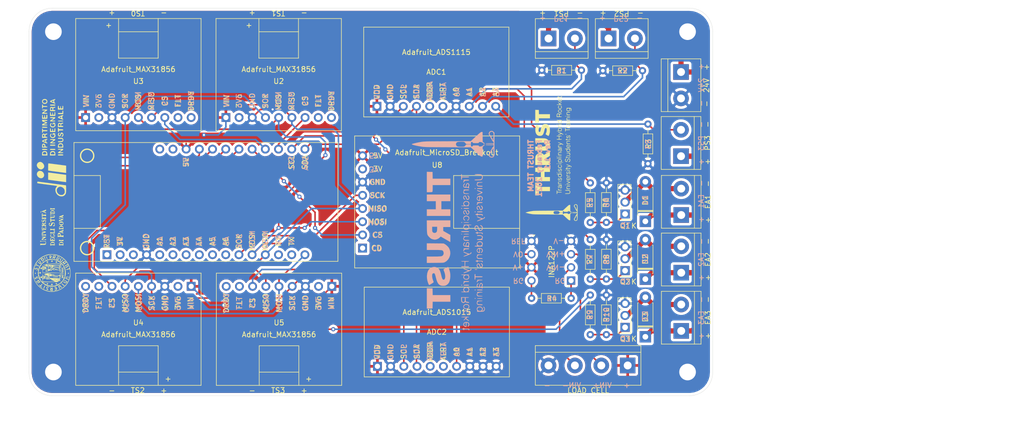
<source format=kicad_pcb>
(kicad_pcb (version 20171130) (host pcbnew "(5.1.8)-1")
  (layers (0 F.Cu signal) (31 B.Cu signal) (35 F.Paste user hide) (36 B.SilkS user) (37 F.SilkS user) (38 B.Mask user hide) (39 F.Mask user) (44 Edge.Cuts user))
  (net 0 "")
  (net 1 ADC_A3)
  (net 2 ADC_A2)
  (net 3 ADC_A1)
  (net 4 GND)
  (net 5 "Net-(ADC1-Pad6)")
  (net 6 "Net-(ADC1-Pad5)")
  (net 7 I2C_SDA)
  (net 8 I2C_SCL)
  (net 9 +5V)
  (net 10 LOAD_CELL_VOLTAGE)
  (net 11 "Net-(ADC2-Pad6)")
  (net 12 "Net-(ADC2-Pad5)")
  (net 13 "Net-(J4-Pad3)")
  (net 14 "Net-(J4-Pad2)")
  (net 15 "Net-(R4-Pad2)")
  (net 16 "Net-(R4-Pad1)")
  (net 17 "Net-(U1-Pad28)")
  (net 18 "Net-(U1-Pad27)")
  (net 19 CS_5)
  (net 20 CS_4)
  (net 21 CS_3)
  (net 22 CS_2)
  (net 23 CS_1)
  (net 24 "Net-(U1-Pad15)")
  (net 25 "Net-(U1-Pad14)")
  (net 26 SPI_MISO)
  (net 27 SPI_MOSI)
  (net 28 SPI_SCK)
  (net 29 "Net-(U1-Pad10)")
  (net 30 "Net-(U1-Pad9)")
  (net 31 "Net-(U1-Pad8)")
  (net 32 "Net-(U1-Pad7)")
  (net 33 "Net-(U1-Pad6)")
  (net 34 "Net-(U1-Pad5)")
  (net 35 "Net-(U1-Pad3)")
  (net 36 "Net-(U1-Pad1)")
  (net 37 "Net-(U2-Pad9)")
  (net 38 "Net-(U2-Pad8)")
  (net 39 "Net-(U2-Pad2)")
  (net 40 "Net-(U3-Pad9)")
  (net 41 "Net-(U3-Pad8)")
  (net 42 "Net-(U3-Pad2)")
  (net 43 "Net-(U4-Pad9)")
  (net 44 "Net-(U4-Pad8)")
  (net 45 "Net-(U4-Pad2)")
  (net 46 "Net-(U5-Pad9)")
  (net 47 "Net-(U5-Pad8)")
  (net 48 "Net-(U5-Pad2)")
  (net 49 "Net-(U8-Pad1)")
  (net 50 "Net-(U1-Pad2)")
  (net 51 "Net-(U8-Pad7)")
  (net 52 "Net-(D1-Pad2)")
  (net 53 "Net-(Q1-Pad1)")
  (net 54 "Net-(D2-Pad2)")
  (net 55 "Net-(D3-Pad2)")
  (net 56 "Net-(Q2-Pad1)")
  (net 57 "Net-(Q3-Pad1)")
  (net 58 FET_Gate1)
  (net 59 FET_Gate2)
  (net 60 FET_Gate3)
  (net 61 +24V)
  (module MountingHole:MountingHole_3.2mm_M3 (layer F.Cu) (at 168.695 41.235)
    (fp_text reference REF**)
    (fp_text value MountingHole_3.2mm_M3)
    (pad 1 np_thru_hole circle (at 0 0) (size 3.2 3.2) (drill 3.2) (layers *.Cu *.Mask))
  )
  (module MountingHole:MountingHole_3.2mm_M3 (layer F.Cu) (at 168.695 106.735)
    (fp_text reference REF**)
    (fp_text value MountingHole_3.2mm_M3)
    (pad 1 np_thru_hole circle (at 0 0) (size 3.2 3.2) (drill 3.2) (layers *.Cu *.Mask))
  )
  (module MountingHole:MountingHole_3.2mm_M3 (layer F.Cu) (at 46.645 106.735)
    (fp_text reference REF**)
    (fp_text value MountingHole_3.2mm_M3)
    (pad 1 np_thru_hole circle (at 0 0) (size 3.2 3.2) (drill 3.2) (layers *.Cu *.Mask))
  )
  (module MountingHole:MountingHole_3.2mm_M3 (layer F.Cu) (at 46.645 41.235)
    (fp_text reference REF**)
    (fp_text value MountingHole_3.2mm_M3)
    (pad 1 np_thru_hole circle (at 0 0) (size 3.2 3.2) (drill 3.2) (layers *.Cu *.Mask))
  )
  (module "Test Stand PCB Breakout:Thrust_Logo_Small" (layer F.Cu) (at 142.495 65.685 90)
    (fp_text reference G*** hide)
    (fp_text value LOGO hide)
  )
  (module "Test Stand PCB Breakout:Thrust_Logo" (layer B.Cu) (at 123.495 79.485 270)
    (fp_text reference G*** hide)
    (fp_text value LOGO hide)
  )
  (module "Test Stand PCB Breakout:Dii_logo_small" (layer F.Cu) (at 46.295 63.485 90)
    (fp_text reference G*** hide)
    (fp_text value LOGO hide)
  )
  (module "Test Stand PCB Breakout:Unipd_Logo_small" (layer F.Cu) (at 46.295 83.485 90)
    (fp_text reference G*** hide)
    (fp_text value LOGO hide)
  )
  (module "" (layer F.Cu) (at 112.895 68.485)
    (fp_text reference "" (at 120.335 48.995) (layer F.SilkS) (effects (font (size 1.27 1.27))))
    (fp_text value "" (at 120.335 48.995) (layer F.SilkS) (effects (font (size 1.27 1.27))))
  )
  (module "Test Stand PCB Breakout:Adafruit_ADS1115" (layer F.Cu) (at 120.335 48.995)
    (fp_text reference ADC1 (at 0 0) (layer F.SilkS))
    (fp_text value Adafruit_ADS1115 (at 0 -3.81) (layer F.SilkS))
    (fp_text user A3 (at 11.43 3.81 90) (layer F.SilkS))
    (fp_text user A2 (at 8.89 3.81 90) (layer F.SilkS))
    (fp_text user A1 (at 6.35 3.81 90) (layer F.SilkS))
    (fp_text user A0 (at 3.81 3.81 90) (layer F.SilkS))
    (fp_text user ALRT (at 1.27 3.81 90) (layer F.SilkS))
    (fp_text user ADDR (at -1.27 3.81 90) (layer F.SilkS))
    (fp_text user SDA (at -3.81 3.81 90) (layer F.SilkS))
    (fp_text user SCL (at -6.35 3.81 90) (layer F.SilkS))
    (fp_text user GND (at -8.89 3.81 90) (layer F.SilkS))
    (fp_text user VDD (at -11.43 3.81 90) (layer F.SilkS))
    (pad 10 thru_hole circle (at 11.43 6.604) (size 1.7 1.7) (drill 1) (layers *.Cu *.Mask) (net 1 ADC_A3))
    (pad 9 thru_hole circle (at 8.89 6.604) (size 1.7 1.7) (drill 1) (layers *.Cu *.Mask) (net 2 ADC_A2))
    (pad 8 thru_hole circle (at 6.35 6.604) (size 1.7 1.7) (drill 1) (layers *.Cu *.Mask) (net 3 ADC_A1))
    (pad 7 thru_hole circle (at 3.81 6.604) (size 1.7 1.7) (drill 1) (layers *.Cu *.Mask) (net 4 GND))
    (pad 6 thru_hole circle (at 1.27 6.604) (size 1.7 1.7) (drill 1) (layers *.Cu *.Mask) (net 5 "Net-(ADC1-Pad6)"))
    (pad 5 thru_hole circle (at -1.27 6.604) (size 1.7 1.7) (drill 1) (layers *.Cu *.Mask) (net 6 "Net-(ADC1-Pad5)"))
    (pad 4 thru_hole circle (at -3.81 6.604) (size 1.7 1.7) (drill 1) (layers *.Cu *.Mask) (net 7 I2C_SDA))
    (pad 3 thru_hole circle (at -6.35 6.604) (size 1.7 1.7) (drill 1) (layers *.Cu *.Mask) (net 8 I2C_SCL))
    (pad 2 thru_hole circle (at -8.89 6.604) (size 1.7 1.7) (drill 1) (layers *.Cu *.Mask) (net 4 GND))
    (pad 1 thru_hole rect (at -11.43 6.604) (size 1.7 1.7) (drill 1) (layers *.Cu *.Mask) (net 9 +5V))
  )
  (module Resistor_THT:R_Axial_DIN0204_L3.6mm_D1.6mm_P7.62mm_Horizontal (layer F.Cu) (at 152.395 48.735)
    (fp_text reference R2 (at 3.81 0) (layer F.SilkS))
    (fp_text value 200)
    (pad 2 thru_hole oval (at 7.62 0) (size 1.4 1.4) (drill 0.7) (layers *.Cu *.Mask) (net 2 ADC_A2))
    (pad 1 thru_hole circle (at 0 0) (size 1.4 1.4) (drill 0.7) (layers *.Cu *.Mask) (net 4 GND))
  )
  (module Resistor_THT:R_Axial_DIN0204_L3.6mm_D1.6mm_P7.62mm_Horizontal (layer F.Cu) (at 140.645 48.645)
    (fp_text reference R1 (at 3.81 0.09) (layer F.SilkS))
    (fp_text value 200)
    (pad 2 thru_hole oval (at 7.62 0) (size 1.4 1.4) (drill 0.7) (layers *.Cu *.Mask) (net 3 ADC_A1))
    (pad 1 thru_hole circle (at 0 0) (size 1.4 1.4) (drill 0.7) (layers *.Cu *.Mask) (net 4 GND))
  )
  (module TerminalBlock:TerminalBlock_bornier-2_P5.08mm (layer F.Cu) (at 153.485 42.545)
    (fp_text reference "-  PS2  +" (at 2.54 -4.81 180 unlocked) (layer F.SilkS))
    (fp_text value Screw_Terminal_01x02)
    (pad 2 thru_hole circle (at 5.08 0) (size 3 3) (drill 1.52) (layers *.Cu *.Mask) (net 2 ADC_A2))
    (pad 1 thru_hole rect (at 0 0) (size 3 3) (drill 1.52) (layers *.Cu *.Mask) (net 61 +24V))
  )
  (module TerminalBlock:TerminalBlock_bornier-2_P5.08mm (layer F.Cu) (at 141.935 42.545)
    (fp_text reference "-  PS1  +" (at 2.46 -4.81 180 unlocked) (layer F.SilkS))
    (fp_text value Screw_Terminal_01x02)
    (pad 2 thru_hole circle (at 5.08 0) (size 3 3) (drill 1.52) (layers *.Cu *.Mask) (net 3 ADC_A1))
    (pad 1 thru_hole rect (at 0 0) (size 3 3) (drill 1.52) (layers *.Cu *.Mask) (net 61 +24V))
  )
  (module "Test Stand PCB Breakout:Adafruit_MicroSD" (layer F.Cu) (at 120.5 74 180)
    (fp_text reference U8 (at 0 7.105) (layer F.SilkS))
    (fp_text value Adafruit_MicroSD_Breakout (at -1.835 9.505) (layer F.SilkS))
    (fp_text user 5V (at 11.43 8.89) (layer F.SilkS))
    (fp_text user 3V (at 11.43 6.35) (layer F.SilkS))
    (fp_text user GND (at 11.43 3.81) (layer F.SilkS))
    (fp_text user SCK (at 11.43 1.27) (layer F.SilkS))
    (fp_text user MISO (at 11.43 -1.27) (layer F.SilkS))
    (fp_text user MOSI (at 11.43 -3.81) (layer F.SilkS))
    (fp_text user CS (at 11.43 -6.35) (layer F.SilkS))
    (fp_text user CD (at 11.684 -8.89) (layer F.SilkS))
    (pad 8 thru_hole circle (at 14.351 8.89 180) (size 1.7 1.7) (drill 1) (layers *.Cu *.Mask) (net 9 +5V))
    (pad 7 thru_hole circle (at 14.351 6.35 180) (size 1.7 1.7) (drill 1) (layers *.Cu *.Mask) (net 51 "Net-(U8-Pad7)"))
    (pad 6 thru_hole circle (at 14.351 3.81 180) (size 1.7 1.7) (drill 1) (layers *.Cu *.Mask) (net 4 GND))
    (pad 5 thru_hole circle (at 14.351 1.27 180) (size 1.7 1.7) (drill 1) (layers *.Cu *.Mask) (net 28 SPI_SCK))
    (pad 4 thru_hole circle (at 14.351 -1.27 180) (size 1.7 1.7) (drill 1) (layers *.Cu *.Mask) (net 26 SPI_MISO))
    (pad 3 thru_hole circle (at 14.351 -3.81 180) (size 1.7 1.7) (drill 1) (layers *.Cu *.Mask) (net 27 SPI_MOSI))
    (pad 2 thru_hole circle (at 14.351 -6.35 180) (size 1.7 1.7) (drill 1) (layers *.Cu *.Mask) (net 19 CS_5))
    (pad 1 thru_hole rect (at 14.351 -8.89 180) (size 1.7 1.7) (drill 1) (layers *.Cu *.Mask) (net 49 "Net-(U8-Pad1)"))
  )
  (module "Test Stand PCB Breakout:INA_122P" (layer F.Cu) (at 146.27 89.136 180)
    (fp_text reference U7)
    (fp_text value INA_122P)
    (fp_text user V+ (at 10.16 2.54 180 unlocked) (layer B.SilkS) (effects (justify mirror)))
    (fp_text user VO (at 10.16 5.08 180 unlocked) (layer B.SilkS) (effects (justify mirror)))
    (fp_text user REF (at 10.16 7.62 180 unlocked) (layer B.SilkS) (effects (justify mirror)))
    (fp_text user V- (at 2.335 7.62 180 unlocked) (layer B.SilkS) (effects (justify mirror)))
    (fp_text user VIN+ (at 2.935 5.08 180 unlocked) (layer B.SilkS) (effects (justify mirror)))
    (fp_text user VIN- (at 2.935 2.54 180 unlocked) (layer B.SilkS) (effects (justify mirror)))
    (fp_text user RG (at 10.16 0 180 unlocked) (layer B.SilkS) (effects (justify mirror)))
    (fp_text user RG (at 2.135 0 180 unlocked) (layer B.SilkS) (effects (justify mirror)))
    (pad 8 thru_hole circle (at 7.62 0 180) (size 1.6 1.6) (drill 1) (layers *.Cu *.Mask) (net 16 "Net-(R4-Pad1)"))
    (pad 7 thru_hole circle (at 7.62 2.54 180) (size 1.6 1.6) (drill 1) (layers *.Cu *.Mask) (net 9 +5V))
    (pad 6 thru_hole circle (at 7.62 5.08 180) (size 1.6 1.6) (drill 1) (layers *.Cu *.Mask) (net 10 LOAD_CELL_VOLTAGE))
    (pad 5 thru_hole circle (at 7.62 7.62 180) (size 1.6 1.6) (drill 1) (layers *.Cu *.Mask) (net 4 GND))
    (pad 4 thru_hole circle (at 0 7.62 180) (size 1.6 1.6) (drill 1) (layers *.Cu *.Mask) (net 4 GND))
    (pad 3 thru_hole circle (at 0 5.08 180) (size 1.6 1.6) (drill 1) (layers *.Cu *.Mask) (net 14 "Net-(J4-Pad2)"))
    (pad 2 thru_hole circle (at 0 2.54 180) (size 1.6 1.6) (drill 1) (layers *.Cu *.Mask) (net 13 "Net-(J4-Pad3)"))
    (pad 1 thru_hole rect (at 0 0 180) (size 1.6 1.6) (drill 1) (layers *.Cu *.Mask) (net 15 "Net-(R4-Pad2)"))
  )
  (module "Test Stand PCB Breakout:Adafruit_MAX31856" (layer F.Cu) (at 90.065 98.505 180)
    (fp_text reference U5 (at 0 1.27) (layer F.SilkS))
    (fp_text value Adafruit_MAX31856 (at 0 -1.016) (layer F.SilkS))
    (fp_text user DRDY (at 10.16 5.08 90) (layer F.SilkS))
    (fp_text user FLT (at 7.62 5.08 90) (layer F.SilkS))
    (fp_text user CS (at 5.08 5.08 90) (layer F.SilkS))
    (fp_text user 3Vo (at -7.62 5.08 90) (layer F.SilkS))
    (fp_text user MISO (at 2.54 5.08 90) (layer F.SilkS))
    (fp_text user MOSI (at 0 5.08 90) (layer F.SilkS))
    (fp_text user SCK (at -2.54 5.08 90) (layer F.SilkS))
    (fp_text user GND (at -5.08 5.08 90) (layer F.SilkS))
    (fp_text user + (at -5.715 -9.525) (layer F.SilkS))
    (fp_text user VIN (at -10.033 5.08 90) (layer F.SilkS))
    (pad 9 thru_hole circle (at 10.16 8.255 180) (size 1.7 1.7) (drill 1) (layers *.Cu *.Mask) (net 46 "Net-(U5-Pad9)"))
    (pad 8 thru_hole circle (at 7.62 8.255 180) (size 1.7 1.7) (drill 1) (layers *.Cu *.Mask) (net 47 "Net-(U5-Pad8)"))
    (pad 7 thru_hole circle (at 5.08 8.255 180) (size 1.7 1.7) (drill 1) (layers *.Cu *.Mask) (net 20 CS_4))
    (pad 6 thru_hole circle (at 2.54 8.255 180) (size 1.7 1.7) (drill 1) (layers *.Cu *.Mask) (net 26 SPI_MISO))
    (pad 5 thru_hole circle (at 0 8.255 180) (size 1.7 1.7) (drill 1) (layers *.Cu *.Mask) (net 27 SPI_MOSI))
    (pad 4 thru_hole circle (at -2.54 8.255 180) (size 1.7 1.7) (drill 1) (layers *.Cu *.Mask) (net 28 SPI_SCK))
    (pad 3 thru_hole circle (at -5.08 8.255 180) (size 1.7 1.7) (drill 1) (layers *.Cu *.Mask) (net 4 GND))
    (pad 2 thru_hole circle (at -7.62 8.255 180) (size 1.7 1.7) (drill 1) (layers *.Cu *.Mask) (net 48 "Net-(U5-Pad2)"))
    (pad 1 thru_hole rect (at -10.16 8.255 180) (size 1.7 1.7) (drill 1) (layers *.Cu *.Mask) (net 9 +5V))
  )
  (module "Test Stand PCB Breakout:Adafruit_MAX31856" (layer F.Cu) (at 63 98.5 180)
    (fp_text reference U4 (at 0 1.27) (layer F.SilkS))
    (fp_text value Adafruit_MAX31856 (at 0 -1.016) (layer F.SilkS))
    (fp_text user DRDY (at 10.16 5.08 90) (layer F.SilkS))
    (fp_text user FLT (at 7.62 5.08 90) (layer F.SilkS))
    (fp_text user CS (at 5.08 5.08 90) (layer F.SilkS))
    (fp_text user 3Vo (at -7.62 5.08 90) (layer F.SilkS))
    (fp_text user MISO (at 2.54 5.08 90) (layer F.SilkS))
    (fp_text user MOSI (at 0 5.08 90) (layer F.SilkS))
    (fp_text user SCK (at -2.54 5.08 90) (layer F.SilkS))
    (fp_text user GND (at -5.08 5.08 90) (layer F.SilkS))
    (fp_text user + (at -5.715 -9.525) (layer F.SilkS))
    (fp_text user VIN (at -10.033 5.08 90) (layer F.SilkS))
    (pad 9 thru_hole circle (at 10.16 8.255 180) (size 1.7 1.7) (drill 1) (layers *.Cu *.Mask) (net 43 "Net-(U4-Pad9)"))
    (pad 8 thru_hole circle (at 7.62 8.255 180) (size 1.7 1.7) (drill 1) (layers *.Cu *.Mask) (net 44 "Net-(U4-Pad8)"))
    (pad 7 thru_hole circle (at 5.08 8.255 180) (size 1.7 1.7) (drill 1) (layers *.Cu *.Mask) (net 21 CS_3))
    (pad 6 thru_hole circle (at 2.54 8.255 180) (size 1.7 1.7) (drill 1) (layers *.Cu *.Mask) (net 26 SPI_MISO))
    (pad 5 thru_hole circle (at 0 8.255 180) (size 1.7 1.7) (drill 1) (layers *.Cu *.Mask) (net 27 SPI_MOSI))
    (pad 4 thru_hole circle (at -2.54 8.255 180) (size 1.7 1.7) (drill 1) (layers *.Cu *.Mask) (net 28 SPI_SCK))
    (pad 3 thru_hole circle (at -5.08 8.255 180) (size 1.7 1.7) (drill 1) (layers *.Cu *.Mask) (net 4 GND))
    (pad 2 thru_hole circle (at -7.62 8.255 180) (size 1.7 1.7) (drill 1) (layers *.Cu *.Mask) (net 45 "Net-(U4-Pad2)"))
    (pad 1 thru_hole rect (at -10.16 8.255 180) (size 1.7 1.7) (drill 1) (layers *.Cu *.Mask) (net 9 +5V))
  )
  (module "Test Stand PCB Breakout:Adafruit_MAX31856" (layer F.Cu) (at 63 49.5)
    (fp_text reference U3 (at 0 1.27) (layer F.SilkS))
    (fp_text value Adafruit_MAX31856 (at 0 -1.016) (layer F.SilkS))
    (fp_text user DRDY (at 10.16 5.08 90) (layer F.SilkS))
    (fp_text user FLT (at 7.62 5.08 90) (layer F.SilkS))
    (fp_text user CS (at 5.08 5.08 90) (layer F.SilkS))
    (fp_text user 3Vo (at -7.62 5.08 90) (layer F.SilkS))
    (fp_text user MISO (at 2.54 5.08 90) (layer F.SilkS))
    (fp_text user MOSI (at 0 5.08 90) (layer F.SilkS))
    (fp_text user SCK (at -2.54 5.08 90) (layer F.SilkS))
    (fp_text user GND (at -5.08 5.08 90) (layer F.SilkS))
    (fp_text user + (at -5.715 -9.525) (layer F.SilkS))
    (fp_text user VIN (at -10.033 5.08 90) (layer F.SilkS))
    (pad 9 thru_hole circle (at 10.16 8.255) (size 1.7 1.7) (drill 1) (layers *.Cu *.Mask) (net 40 "Net-(U3-Pad9)"))
    (pad 8 thru_hole circle (at 7.62 8.255) (size 1.7 1.7) (drill 1) (layers *.Cu *.Mask) (net 41 "Net-(U3-Pad8)"))
    (pad 7 thru_hole circle (at 5.08 8.255) (size 1.7 1.7) (drill 1) (layers *.Cu *.Mask) (net 22 CS_2))
    (pad 6 thru_hole circle (at 2.54 8.255) (size 1.7 1.7) (drill 1) (layers *.Cu *.Mask) (net 26 SPI_MISO))
    (pad 5 thru_hole circle (at 0 8.255) (size 1.7 1.7) (drill 1) (layers *.Cu *.Mask) (net 27 SPI_MOSI))
    (pad 4 thru_hole circle (at -2.54 8.255) (size 1.7 1.7) (drill 1) (layers *.Cu *.Mask) (net 28 SPI_SCK))
    (pad 3 thru_hole circle (at -5.08 8.255) (size 1.7 1.7) (drill 1) (layers *.Cu *.Mask) (net 4 GND))
    (pad 2 thru_hole circle (at -7.62 8.255) (size 1.7 1.7) (drill 1) (layers *.Cu *.Mask) (net 42 "Net-(U3-Pad2)"))
    (pad 1 thru_hole rect (at -10.16 8.255) (size 1.7 1.7) (drill 1) (layers *.Cu *.Mask) (net 9 +5V))
  )
  (module "Test Stand PCB Breakout:Adafruit_MAX31856" (layer F.Cu) (at 90 49.5)
    (fp_text reference U2 (at 0 1.27) (layer F.SilkS))
    (fp_text value Adafruit_MAX31856 (at 0 -1.016) (layer F.SilkS))
    (fp_text user DRDY (at 10.16 5.08 90) (layer F.SilkS))
    (fp_text user FLT (at 7.62 5.08 90) (layer F.SilkS))
    (fp_text user CS (at 5.08 5.08 90) (layer F.SilkS))
    (fp_text user 3Vo (at -7.62 5.08 90) (layer F.SilkS))
    (fp_text user MISO (at 2.54 5.08 90) (layer F.SilkS))
    (fp_text user MOSI (at 0 5.08 90) (layer F.SilkS))
    (fp_text user SCK (at -2.54 5.08 90) (layer F.SilkS))
    (fp_text user GND (at -5.08 5.08 90) (layer F.SilkS))
    (fp_text user + (at -5.715 -9.525) (layer F.SilkS))
    (fp_text user VIN (at -10.033 5.08 90) (layer F.SilkS))
    (pad 9 thru_hole circle (at 10.16 8.255) (size 1.7 1.7) (drill 1) (layers *.Cu *.Mask) (net 37 "Net-(U2-Pad9)"))
    (pad 8 thru_hole circle (at 7.62 8.255) (size 1.7 1.7) (drill 1) (layers *.Cu *.Mask) (net 38 "Net-(U2-Pad8)"))
    (pad 7 thru_hole circle (at 5.08 8.255) (size 1.7 1.7) (drill 1) (layers *.Cu *.Mask) (net 23 CS_1))
    (pad 6 thru_hole circle (at 2.54 8.255) (size 1.7 1.7) (drill 1) (layers *.Cu *.Mask) (net 26 SPI_MISO))
    (pad 5 thru_hole circle (at 0 8.255) (size 1.7 1.7) (drill 1) (layers *.Cu *.Mask) (net 27 SPI_MOSI))
    (pad 4 thru_hole circle (at -2.54 8.255) (size 1.7 1.7) (drill 1) (layers *.Cu *.Mask) (net 28 SPI_SCK))
    (pad 3 thru_hole circle (at -5.08 8.255) (size 1.7 1.7) (drill 1) (layers *.Cu *.Mask) (net 4 GND))
    (pad 2 thru_hole circle (at -7.62 8.255) (size 1.7 1.7) (drill 1) (layers *.Cu *.Mask) (net 39 "Net-(U2-Pad2)"))
    (pad 1 thru_hole rect (at -10.16 8.255) (size 1.7 1.7) (drill 1) (layers *.Cu *.Mask) (net 9 +5V))
  )
  (module "Test Stand PCB Breakout:Adafruit_Huzzah32" (layer F.Cu) (at 76 74)
    (fp_text reference U1)
    (fp_text value AdafruitHuzzah32Breakout)
    (fp_text user TX (at 16.51 7.62 90) (layer F.SilkS))
    (fp_text user RX (at 13.97 7.62 90) (layer F.SilkS))
    (fp_text user A6 (at 3.81 7.62 90) (layer F.SilkS))
    (fp_text user A5 (at 1.27 7.62 90) (layer F.SilkS))
    (fp_text user A4 (at -1.27 7.62 90) (layer F.SilkS))
    (fp_text user A3 (at -3.81 7.62 90) (layer F.SilkS))
    (fp_text user A2 (at -6.35 7.62 90) (layer F.SilkS))
    (fp_text user A1 (at -8.89 7.62 90) (layer F.SilkS))
    (fp_text user 3V (at -16.51 7.62 90) (layer F.SilkS))
    (fp_text user RST (at -19.05 7.62 90) (layer F.SilkS))
    (fp_text user SCK (at 6.35 7.62 90) (layer F.SilkS))
    (fp_text user MISO (at 11.43 7.62 90) (layer F.SilkS))
    (fp_text user MOSI (at 8.89 7.62 90) (layer F.SilkS))
    (fp_text user GND (at -11.43 7.62 90) (layer F.SilkS))
    (fp_text user SDA (at 19.05 -7.62 90) (layer F.SilkS))
    (fp_text user SCL (at 16.51 -7.62 90) (layer F.SilkS))
    (fp_text user 5V (at -3.81 -7.62 90) (layer F.SilkS))
    (pad 28 thru_hole circle (at -8.89 -10.16) (size 1.7 1.7) (drill 1) (layers *.Cu *.Mask) (net 17 "Net-(U1-Pad28)"))
    (pad 27 thru_hole circle (at -6.35 -10.16) (size 1.7 1.7) (drill 1) (layers *.Cu *.Mask) (net 18 "Net-(U1-Pad27)"))
    (pad 26 thru_hole circle (at -3.81 -10.16) (size 1.7 1.7) (drill 1) (layers *.Cu *.Mask) (net 9 +5V))
    (pad 25 thru_hole circle (at -1.27 -10.16) (size 1.7 1.7) (drill 1) (layers *.Cu *.Mask) (net 59 FET_Gate2))
    (pad 24 thru_hole circle (at 1.27 -10.16) (size 1.7 1.7) (drill 1) (layers *.Cu *.Mask) (net 58 FET_Gate1))
    (pad 23 thru_hole circle (at 3.81 -10.16) (size 1.7 1.7) (drill 1) (layers *.Cu *.Mask) (net 60 FET_Gate3))
    (pad 22 thru_hole circle (at 6.35 -10.16) (size 1.7 1.7) (drill 1) (layers *.Cu *.Mask) (net 21 CS_3))
    (pad 21 thru_hole circle (at 8.89 -10.16) (size 1.7 1.7) (drill 1) (layers *.Cu *.Mask) (net 19 CS_5))
    (pad 20 thru_hole circle (at 11.43 -10.16) (size 1.7 1.7) (drill 1) (layers *.Cu *.Mask) (net 22 CS_2))
    (pad 19 thru_hole circle (at 13.97 -10.16) (size 1.7 1.7) (drill 1) (layers *.Cu *.Mask) (net 23 CS_1))
    (pad 18 thru_hole circle (at 16.51 -10.16) (size 1.7 1.7) (drill 1) (layers *.Cu *.Mask) (net 8 I2C_SCL))
    (pad 17 thru_hole circle (at 19.05 -10.16) (size 1.7 1.7) (drill 1) (layers *.Cu *.Mask) (net 7 I2C_SDA))
    (pad 16 thru_hole circle (at 19.05 10.16) (size 1.7 1.7) (drill 1) (layers *.Cu *.Mask) (net 20 CS_4))
    (pad 15 thru_hole circle (at 16.51 10.16) (size 1.7 1.7) (drill 1) (layers *.Cu *.Mask) (net 24 "Net-(U1-Pad15)"))
    (pad 14 thru_hole circle (at 13.97 10.16) (size 1.7 1.7) (drill 1) (layers *.Cu *.Mask) (net 25 "Net-(U1-Pad14)"))
    (pad 13 thru_hole circle (at 11.43 10.16) (size 1.7 1.7) (drill 1) (layers *.Cu *.Mask) (net 26 SPI_MISO))
    (pad 12 thru_hole circle (at 8.89 10.16) (size 1.7 1.7) (drill 1) (layers *.Cu *.Mask) (net 27 SPI_MOSI))
    (pad 11 thru_hole circle (at 6.35 10.16) (size 1.7 1.7) (drill 1) (layers *.Cu *.Mask) (net 28 SPI_SCK))
    (pad 10 thru_hole circle (at 3.81 10.16) (size 1.7 1.7) (drill 1) (layers *.Cu *.Mask) (net 29 "Net-(U1-Pad10)"))
    (pad 9 thru_hole circle (at 1.27 10.16) (size 1.7 1.7) (drill 1) (layers *.Cu *.Mask) (net 30 "Net-(U1-Pad9)"))
    (pad 8 thru_hole circle (at -1.27 10.16) (size 1.7 1.7) (drill 1) (layers *.Cu *.Mask) (net 31 "Net-(U1-Pad8)"))
    (pad 7 thru_hole circle (at -3.81 10.16) (size 1.7 1.7) (drill 1) (layers *.Cu *.Mask) (net 32 "Net-(U1-Pad7)"))
    (pad 6 thru_hole circle (at -6.35 10.16) (size 1.7 1.7) (drill 1) (layers *.Cu *.Mask) (net 33 "Net-(U1-Pad6)"))
    (pad 5 thru_hole circle (at -8.89 10.16) (size 1.7 1.7) (drill 1) (layers *.Cu *.Mask) (net 34 "Net-(U1-Pad5)"))
    (pad 4 thru_hole circle (at -11.43 10.16) (size 1.7 1.7) (drill 1) (layers *.Cu *.Mask) (net 4 GND))
    (pad 3 thru_hole circle (at -13.97 10.16) (size 1.7 1.7) (drill 1) (layers *.Cu *.Mask) (net 35 "Net-(U1-Pad3)"))
    (pad 2 thru_hole circle (at -16.51 10.16) (size 1.7 1.7) (drill 1) (layers *.Cu *.Mask) (net 50 "Net-(U1-Pad2)"))
    (pad 1 thru_hole rect (at -19.05 10.16) (size 1.7 1.7) (drill 1) (layers *.Cu *.Mask) (net 36 "Net-(U1-Pad1)"))
  )
  (module "Test Stand PCB Breakout:Adafruit_ADS1015" (layer F.Cu) (at 120.435 99.036)
    (fp_text reference ADC2 (at 0 0) (layer F.SilkS))
    (fp_text value Adafruit_ADS1015 (at 0 -3.81) (layer F.SilkS))
    (fp_text user A3 (at 11.43 3.81 90) (layer F.SilkS))
    (fp_text user A2 (at 8.89 3.81 90) (layer F.SilkS))
    (fp_text user A1 (at 6.35 3.81 90) (layer F.SilkS))
    (fp_text user A0 (at 3.81 3.81 90) (layer F.SilkS))
    (fp_text user ALRT (at 1.27 3.81 90) (layer F.SilkS))
    (fp_text user ADDR (at -1.27 3.81 90) (layer F.SilkS))
    (fp_text user SDA (at -3.81 3.81 90) (layer F.SilkS))
    (fp_text user SCL (at -6.35 3.81 90) (layer F.SilkS))
    (fp_text user GND (at -8.89 3.81 270) (layer F.SilkS))
    (fp_text user VDD (at -11.43 3.81 90) (layer F.SilkS))
    (pad 10 thru_hole circle (at 11.43 6.604) (size 1.7 1.7) (drill 1) (layers *.Cu *.Mask) (net 4 GND))
    (pad 9 thru_hole circle (at 8.89 6.604) (size 1.7 1.7) (drill 1) (layers *.Cu *.Mask) (net 4 GND))
    (pad 8 thru_hole circle (at 6.35 6.604) (size 1.7 1.7) (drill 1) (layers *.Cu *.Mask) (net 4 GND))
    (pad 7 thru_hole circle (at 3.81 6.604) (size 1.7 1.7) (drill 1) (layers *.Cu *.Mask) (net 10 LOAD_CELL_VOLTAGE))
    (pad 6 thru_hole circle (at 1.27 6.604) (size 1.7 1.7) (drill 1) (layers *.Cu *.Mask) (net 11 "Net-(ADC2-Pad6)"))
    (pad 5 thru_hole circle (at -1.27 6.604) (size 1.7 1.7) (drill 1) (layers *.Cu *.Mask) (net 12 "Net-(ADC2-Pad5)"))
    (pad 4 thru_hole circle (at -3.81 6.604) (size 1.7 1.7) (drill 1) (layers *.Cu *.Mask) (net 7 I2C_SDA))
    (pad 3 thru_hole circle (at -6.35 6.604) (size 1.7 1.7) (drill 1) (layers *.Cu *.Mask) (net 8 I2C_SCL))
    (pad 2 thru_hole circle (at -8.89 6.604) (size 1.7 1.7) (drill 1) (layers *.Cu *.Mask) (net 4 GND))
    (pad 1 thru_hole rect (at -11.43 6.604) (size 1.7 1.7) (drill 1) (layers *.Cu *.Mask) (net 9 +5V))
  )
  (module Resistor_THT:R_Axial_DIN0204_L3.6mm_D1.6mm_P7.62mm_Horizontal (layer F.Cu) (at 153.07 99.536 90)
    (fp_text reference R10 (at 3.81 0 90) (layer F.SilkS))
    (fp_text value 10k)
    (pad 2 thru_hole oval (at 7.62 0 90) (size 1.4 1.4) (drill 0.7) (layers *.Cu *.Mask) (net 4 GND))
    (pad 1 thru_hole circle (at 0 0 90) (size 1.4 1.4) (drill 0.7) (layers *.Cu *.Mask) (net 57 "Net-(Q3-Pad1)"))
  )
  (module Resistor_THT:R_Axial_DIN0204_L3.6mm_D1.6mm_P7.62mm_Horizontal (layer F.Cu) (at 149.97 91.916 270)
    (fp_text reference R9 (at 3.81 0.1 90) (layer F.SilkS))
    (fp_text value 100)
    (pad 2 thru_hole oval (at 7.62 0 270) (size 1.4 1.4) (drill 0.7) (layers *.Cu *.Mask) (net 57 "Net-(Q3-Pad1)"))
    (pad 1 thru_hole circle (at 0 0 270) (size 1.4 1.4) (drill 0.7) (layers *.Cu *.Mask) (net 60 FET_Gate3))
  )
  (module Resistor_THT:R_Axial_DIN0204_L3.6mm_D1.6mm_P7.62mm_Horizontal (layer F.Cu) (at 153.07 88.836 90)
    (fp_text reference R8 (at 3.81 0 90) (layer F.SilkS))
    (fp_text value 10k)
    (pad 2 thru_hole oval (at 7.62 0 90) (size 1.4 1.4) (drill 0.7) (layers *.Cu *.Mask) (net 4 GND))
    (pad 1 thru_hole circle (at 0 0 90) (size 1.4 1.4) (drill 0.7) (layers *.Cu *.Mask) (net 56 "Net-(Q2-Pad1)"))
  )
  (module Resistor_THT:R_Axial_DIN0204_L3.6mm_D1.6mm_P7.62mm_Horizontal (layer F.Cu) (at 149.97 81.236 270)
    (fp_text reference R7 (at 3.8 0.1 90) (layer F.SilkS))
    (fp_text value 100)
    (pad 2 thru_hole oval (at 7.62 0 270) (size 1.4 1.4) (drill 0.7) (layers *.Cu *.Mask) (net 56 "Net-(Q2-Pad1)"))
    (pad 1 thru_hole circle (at 0 0 270) (size 1.4 1.4) (drill 0.7) (layers *.Cu *.Mask) (net 59 FET_Gate2))
  )
  (module Package_TO_SOT_THT:TO-251-3_Vertical (layer F.Cu) (at 156.67 98.136 90)
    (fp_text reference Q3 (at -2.223 0 180) (layer F.SilkS))
    (fp_text value Q_NMOS_GDS)
    (pad 3 thru_hole oval (at 4.58 0 90) (size 1.7175 1.8) (drill 1.1) (layers *.Cu *.Mask) (net 4 GND))
    (pad 2 thru_hole oval (at 2.29 0 90) (size 1.7175 1.8) (drill 1.1) (layers *.Cu *.Mask) (net 55 "Net-(D3-Pad2)"))
    (pad 1 thru_hole rect (at 0 0 90) (size 1.7175 1.8) (drill 1.1) (layers *.Cu *.Mask) (net 57 "Net-(Q3-Pad1)"))
  )
  (module Package_TO_SOT_THT:TO-251-3_Vertical (layer F.Cu) (at 156.67 87.226 90)
    (fp_text reference Q2 (at -2.133 0 180) (layer F.SilkS))
    (fp_text value Q_NMOS_GDS)
    (pad 3 thru_hole oval (at 4.58 0 90) (size 1.7175 1.8) (drill 1.1) (layers *.Cu *.Mask) (net 4 GND))
    (pad 2 thru_hole oval (at 2.29 0 90) (size 1.7175 1.8) (drill 1.1) (layers *.Cu *.Mask) (net 54 "Net-(D2-Pad2)"))
    (pad 1 thru_hole rect (at 0 0 90) (size 1.7175 1.8) (drill 1.1) (layers *.Cu *.Mask) (net 56 "Net-(Q2-Pad1)"))
  )
  (module TerminalBlock:TerminalBlock_bornier-2_P5.08mm (layer F.Cu) (at 167.475 98.82 90)
    (fp_text reference "+  EA3  -" (at 2.54 5.14 90) (layer F.SilkS))
    (fp_text value Screw_Terminal_01x02)
    (pad 2 thru_hole circle (at 5.08 0 90) (size 3 3) (drill 1.52) (layers *.Cu *.Mask) (net 55 "Net-(D3-Pad2)"))
    (pad 1 thru_hole rect (at 0 0 90) (size 3 3) (drill 1.52) (layers *.Cu *.Mask) (net 61 +24V))
  )
  (module TerminalBlock:TerminalBlock_bornier-2_P5.08mm (layer F.Cu) (at 167.475 87.62 90)
    (fp_text reference "+  EA2  -" (at 2.54 5.14 90) (layer F.SilkS))
    (fp_text value Screw_Terminal_01x02)
    (pad 2 thru_hole circle (at 5.08 0 90) (size 3 3) (drill 1.52) (layers *.Cu *.Mask) (net 54 "Net-(D2-Pad2)"))
    (pad 1 thru_hole rect (at 0 0 90) (size 3 3) (drill 1.52) (layers *.Cu *.Mask) (net 61 +24V))
  )
  (module Diode_THT:D_DO-41_SOD81_P7.62mm_Horizontal (layer F.Cu) (at 160.57 99.956 90)
    (fp_text reference D3 (at 3.8 0 90) (layer F.SilkS))
    (fp_text value D_Schottky)
    (fp_text user K (at -0.403 -2.205 180) (layer F.SilkS))
    (pad 2 thru_hole oval (at 7.62 0 90) (size 2.2 2.2) (drill 1.1) (layers *.Cu *.Mask) (net 55 "Net-(D3-Pad2)"))
    (pad 1 thru_hole rect (at 0 0 90) (size 2.2 2.2) (drill 1.1) (layers *.Cu *.Mask) (net 61 +24V))
  )
  (module Diode_THT:D_DO-41_SOD81_P7.62mm_Horizontal (layer F.Cu) (at 160.57 88.856 90)
    (fp_text reference D2 (at 3.81 0 90) (layer F.SilkS))
    (fp_text value D_Schottky)
    (fp_text user K (at -0.503 -2.2 180) (layer F.SilkS))
    (pad 2 thru_hole oval (at 7.62 0 90) (size 2.2 2.2) (drill 1.1) (layers *.Cu *.Mask) (net 54 "Net-(D2-Pad2)"))
    (pad 1 thru_hole rect (at 0 0 90) (size 2.2 2.2) (drill 1.1) (layers *.Cu *.Mask) (net 61 +24V))
  )
  (module Resistor_THT:R_Axial_DIN0204_L3.6mm_D1.6mm_P7.62mm_Horizontal (layer F.Cu) (at 153.07 77.936 90)
    (fp_text reference R6 (at 3.8 -0.1 90) (layer F.SilkS))
    (fp_text value 10k)
    (pad 2 thru_hole oval (at 7.62 0 90) (size 1.4 1.4) (drill 0.7) (layers *.Cu *.Mask) (net 4 GND))
    (pad 1 thru_hole circle (at 0 0 90) (size 1.4 1.4) (drill 0.7) (layers *.Cu *.Mask) (net 53 "Net-(Q1-Pad1)"))
  )
  (module Resistor_THT:R_Axial_DIN0204_L3.6mm_D1.6mm_P7.62mm_Horizontal (layer F.Cu) (at 149.97 70.336 270)
    (fp_text reference R5 (at 3.84 0.064 90) (layer F.SilkS))
    (fp_text value 100)
    (pad 2 thru_hole oval (at 7.62 0 270) (size 1.4 1.4) (drill 0.7) (layers *.Cu *.Mask) (net 53 "Net-(Q1-Pad1)"))
    (pad 1 thru_hole circle (at 0 0 270) (size 1.4 1.4) (drill 0.7) (layers *.Cu *.Mask) (net 58 FET_Gate1))
  )
  (module Resistor_THT:R_Axial_DIN0204_L3.6mm_D1.6mm_P7.62mm_Horizontal (layer F.Cu) (at 138.67 92.536)
    (fp_text reference R4 (at 3.9 0.073) (layer F.SilkS))
    (fp_text value 4k20)
    (pad 2 thru_hole oval (at 7.62 0) (size 1.4 1.4) (drill 0.7) (layers *.Cu *.Mask) (net 15 "Net-(R4-Pad2)"))
    (pad 1 thru_hole circle (at 0 0) (size 1.4 1.4) (drill 0.7) (layers *.Cu *.Mask) (net 16 "Net-(R4-Pad1)"))
  )
  (module Resistor_THT:R_Axial_DIN0204_L3.6mm_D1.6mm_P7.62mm_Horizontal (layer F.Cu) (at 161.07 66.636 90)
    (fp_text reference R3 (at 3.8 0.1 90) (layer F.SilkS))
    (fp_text value 200)
    (pad 2 thru_hole oval (at 7.62 0 90) (size 1.4 1.4) (drill 0.7) (layers *.Cu *.Mask) (net 1 ADC_A3))
    (pad 1 thru_hole circle (at 0 0 90) (size 1.4 1.4) (drill 0.7) (layers *.Cu *.Mask) (net 4 GND))
  )
  (module Diode_THT:D_DO-41_SOD81_P7.62mm_Horizontal (layer F.Cu) (at 160.57 77.736 90)
    (fp_text reference D1 (at 4.04 0 90) (layer F.SilkS))
    (fp_text value D_Schottky)
    (fp_text user K (at -0.873 -2.205 180) (layer F.SilkS))
    (pad 2 thru_hole oval (at 7.62 0 90) (size 2.2 2.2) (drill 1.1) (layers *.Cu *.Mask) (net 52 "Net-(D1-Pad2)"))
    (pad 1 thru_hole rect (at 0 0 90) (size 2.2 2.2) (drill 1.1) (layers *.Cu *.Mask) (net 61 +24V))
  )
  (module Package_TO_SOT_THT:TO-251-3_Vertical (layer F.Cu) (at 156.67 76.326 90)
    (fp_text reference Q1 (at -2.283 0 180) (layer F.SilkS))
    (fp_text value Q_NMOS_GDS)
    (pad 3 thru_hole oval (at 4.58 0 90) (size 1.7175 1.8) (drill 1.1) (layers *.Cu *.Mask) (net 4 GND))
    (pad 2 thru_hole oval (at 2.29 0 90) (size 1.7175 1.8) (drill 1.1) (layers *.Cu *.Mask) (net 52 "Net-(D1-Pad2)"))
    (pad 1 thru_hole rect (at 0 0 90) (size 1.7175 1.8) (drill 1.1) (layers *.Cu *.Mask) (net 53 "Net-(Q1-Pad1)"))
  )
  (module TerminalBlock:TerminalBlock_bornier-2_P5.08mm (layer F.Cu) (at 167.475 76.52 90)
    (fp_text reference "+  EA1  -" (at 2.54 5.14 90) (layer F.SilkS))
    (fp_text value Screw_Terminal_01x02)
    (pad 2 thru_hole circle (at 5.08 0 90) (size 3 3) (drill 1.52) (layers *.Cu *.Mask) (net 52 "Net-(D1-Pad2)"))
    (pad 1 thru_hole rect (at 0 0 90) (size 3 3) (drill 1.52) (layers *.Cu *.Mask) (net 61 +24V))
  )
  (module TerminalBlock:TerminalBlock_bornier-2_P5.08mm (layer F.Cu) (at 167.435 48.995 270)
    (fp_text reference "-  24V  +" (at 2.584 -4.9 90) (layer F.SilkS))
    (fp_text value Screw_Terminal_01x02)
    (pad 2 thru_hole circle (at 5.08 0 270) (size 3 3) (drill 1.52) (layers *.Cu *.Mask) (net 4 GND))
    (pad 1 thru_hole rect (at 0 0 270) (size 3 3) (drill 1.52) (layers *.Cu *.Mask) (net 61 +24V))
  )
  (module TerminalBlock:TerminalBlock_bornier-4_P5.08mm (layer F.Cu) (at 157.17 105.472 180)
    (fp_text reference "LOAD CELL" (at 7.6 -4.823) (layer F.SilkS))
    (fp_text value Screw_Terminal_01x04)
    (pad 4 thru_hole circle (at 15.24 0 180) (size 3 3) (drill 1.52) (layers *.Cu *.Mask) (net 4 GND))
    (pad 1 thru_hole rect (at 0 0 180) (size 3 3) (drill 1.52) (layers *.Cu *.Mask) (net 9 +5V))
    (pad 3 thru_hole circle (at 10.16 0 180) (size 3 3) (drill 1.52) (layers *.Cu *.Mask) (net 13 "Net-(J4-Pad3)"))
    (pad 2 thru_hole circle (at 5.08 0 180) (size 3 3) (drill 1.52) (layers *.Cu *.Mask) (net 14 "Net-(J4-Pad2)"))
  )
  (module TerminalBlock:TerminalBlock_bornier-2_P5.08mm (layer F.Cu) (at 167.435 65.195 90)
    (fp_text reference "+  PS3  -" (at 2.54 5.1 90) (layer F.SilkS))
    (fp_text value Screw_Terminal_01x02)
    (pad 2 thru_hole circle (at 5.08 0 90) (size 3 3) (drill 1.52) (layers *.Cu *.Mask) (net 1 ADC_A3))
    (pad 1 thru_hole rect (at 0 0 90) (size 3 3) (drill 1.52) (layers *.Cu *.Mask) (net 61 +24V))
  )
  (gr_text "-    TS3    +" (at 89.895 110.285) (layer F.SilkS) (effects (font (size 1 1))))
  (gr_text "-    TS2    +" (at 62.895 110.285) (layer F.SilkS) (effects (font (size 1 1))))
  (gr_text "-    TS1    +" (at 89.895 37.685 180) (layer F.SilkS) (effects (font (size 1 1))))
  (gr_text "-    TS0    +" (at 62.895 37.685 180) (layer F.SilkS) (effects (font (size 1 1))))
  (gr_text R2 (at 156.145 48.735) (layer B.SilkS) (effects (font (size 1 1)) (justify mirror)))
  (gr_text R1 (at 144.395 48.735 180) (layer B.SilkS) (effects (font (size 1 1)) (justify mirror)))
  (gr_text "+  24V  -" (at 171.335 51.495 90) (layer B.SilkS) (effects (font (size 1 1)) (justify mirror)))
  (gr_text "+   VIN+   VIN-   -" (at 149.335 109.295) (layer B.SilkS) (effects (font (size 1 1)) (justify mirror)))
  (gr_text "-  EA3  +" (at 171.335 96.295 90) (layer B.SilkS) (effects (font (size 1 1)) (justify mirror)))
  (gr_text "-  EA2  +" (at 171.335 85.095 90) (layer B.SilkS) (effects (font (size 1 1)) (justify mirror)))
  (gr_text "-  EA1  +" (at 171.335 73.895 90) (layer B.SilkS) (effects (font (size 1 1)) (justify mirror)))
  (gr_text "-  PS3  +" (at 171.335 62.695 90) (layer B.SilkS) (effects (font (size 1 1)) (justify mirror)))
  (gr_text "+  PS2  -\n" (at 155.895 38.695 180) (layer B.SilkS) (effects (font (size 1 1)) (justify mirror)))
  (gr_text "+  PS1  -\n" (at 144.395 38.695 180) (layer B.SilkS) (effects (font (size 1 1)) (justify mirror)))
  (gr_text A3 (at 131.935 52.895 90) (layer B.SilkS) (effects (font (size 1 1)) (justify mirror)))
  (gr_text "GND\n" (at 111.535 52.895 90) (layer B.SilkS) (effects (font (size 1 1)) (justify mirror)))
  (gr_text ADDR (at 119.135 52.695 90) (layer B.SilkS) (effects (font (size 1 1)) (justify mirror)))
  (gr_text SCL (at 114.135 52.695 90) (layer B.SilkS) (effects (font (size 1 1)) (justify mirror)))
  (gr_text A0 (at 124.335 52.895 90) (layer B.SilkS) (effects (font (size 1 1)) (justify mirror)))
  (gr_text A2 (at 129.335 52.895 90) (layer B.SilkS) (effects (font (size 1 1)) (justify mirror)))
  (gr_text "VDD\n" (at 108.935 52.895 90) (layer B.SilkS) (effects (font (size 1 1)) (justify mirror)))
  (gr_text ALRT (at 121.735 52.695 90) (layer B.SilkS) (effects (font (size 1 1)) (justify mirror)))
  (gr_text A1 (at 126.735 52.895 90) (layer B.SilkS) (effects (font (size 1 1)) (justify mirror)))
  (gr_text SDA (at 116.535 52.695 90) (layer B.SilkS) (effects (font (size 1 1)) (justify mirror)))
  (gr_text A3 (at 131.935 102.895 90) (layer B.SilkS) (effects (font (size 1 1)) (justify mirror)))
  (gr_text A2 (at 129.335 102.895 90) (layer B.SilkS) (effects (font (size 1 1)) (justify mirror)))
  (gr_text A1 (at 126.735 102.895 90) (layer B.SilkS) (effects (font (size 1 1)) (justify mirror)))
  (gr_text A0 (at 124.335 102.895 90) (layer B.SilkS) (effects (font (size 1 1)) (justify mirror)))
  (gr_text ALRT (at 121.735 102.695 90) (layer B.SilkS) (effects (font (size 1 1)) (justify mirror)))
  (gr_text ADDR (at 119.135 102.695 90) (layer B.SilkS) (effects (font (size 1 1)) (justify mirror)))
  (gr_text SDA (at 116.535 102.695 90) (layer B.SilkS) (effects (font (size 1 1)) (justify mirror)))
  (gr_text SCL (at 114.135 102.695 90) (layer B.SilkS) (effects (font (size 1 1)) (justify mirror)))
  (gr_text "GND\n" (at 111.535 102.895 90) (layer B.SilkS) (effects (font (size 1 1)) (justify mirror)))
  (gr_text "VDD\n" (at 108.935 102.895 90) (layer B.SilkS) (effects (font (size 1 1)) (justify mirror)))
  (gr_text Q1 (at 156.735 78.495 180) (layer B.SilkS) (effects (font (size 1 1)) (justify mirror)))
  (gr_text Q2 (at 156.735 89.295 180) (layer B.SilkS) (effects (font (size 1 1)) (justify mirror)))
  (gr_text Q3 (at 156.735 100.295 180) (layer B.SilkS) (effects (font (size 1 1)) (justify mirror)))
  (gr_text R3 (at 161.135 62.895 90) (layer B.SilkS) (effects (font (size 1 1)) (justify mirror)))
  (gr_text D1 (at 160.535 73.695 90) (layer B.SilkS) (effects (font (size 1 1)) (justify mirror)))
  (gr_text R6 (at 153.135 74.095 90) (layer B.SilkS) (effects (font (size 1 1)) (justify mirror)))
  (gr_text R5 (at 149.935 74.095 90) (layer B.SilkS) (effects (font (size 1 1)) (justify mirror)))
  (gr_text D2 (at 160.535 84.895 90) (layer B.SilkS) (effects (font (size 1 1)) (justify mirror)))
  (gr_text R8 (at 153.135 85.095 90) (layer B.SilkS) (effects (font (size 1 1)) (justify mirror)))
  (gr_text R7 (at 149.935 85.095 90) (layer B.SilkS) (effects (font (size 1 1)) (justify mirror)))
  (gr_text D3 (at 160.535 95.895 90) (layer B.SilkS) (effects (font (size 1 1)) (justify mirror)))
  (gr_text R10 (at 153.135 95.695 90) (layer B.SilkS) (effects (font (size 1 1)) (justify mirror)))
  (gr_text R9 (at 149.935 95.695 90) (layer B.SilkS) (effects (font (size 1 1)) (justify mirror)))
  (gr_text R4 (at 142.535 92.495 180) (layer B.SilkS) (effects (font (size 1 1)) (justify mirror)))
  (gr_text INA122P (at 142.535 85.485 90) (layer F.SilkS) (effects (font (size 1 1))))
  (gr_text CD (at 108.935 82.895 180) (layer B.SilkS) (effects (font (size 1 1)) (justify mirror)))
  (gr_text CS (at 108.935 80.295 180) (layer B.SilkS) (effects (font (size 1 1)) (justify mirror)))
  (gr_text MOSI (at 108.935 77.895 180) (layer B.SilkS) (effects (font (size 1 1)) (justify mirror)))
  (gr_text MISO (at 108.935 75.295 180) (layer B.SilkS) (effects (font (size 1 1)) (justify mirror)))
  (gr_text SCK (at 108.935 72.695 180) (layer B.SilkS) (effects (font (size 1 1)) (justify mirror)))
  (gr_text GND (at 108.935 70.095 180) (layer B.SilkS) (effects (font (size 1 1)) (justify mirror)))
  (gr_text 3V (at 108.335 67.695 180) (layer B.SilkS) (effects (font (size 1 1)) (justify mirror)))
  (gr_text 5V (at 108.335 65.045 180) (layer B.SilkS) (effects (font (size 1 1)) (justify mirror)))
  (gr_text RX (at 89.935 81.295 90) (layer B.SilkS) (effects (font (size 1 1)) (justify mirror)))
  (gr_text TX (at 92.435 81.295 90) (layer B.SilkS) (effects (font (size 1 1)) (justify mirror)))
  (gr_text A5 (at 79.935 81.545 90) (layer B.SilkS) (effects (font (size 1 1)) (justify mirror)))
  (gr_text A4 (at 77.435 81.545 90) (layer B.SilkS) (effects (font (size 1 1)) (justify mirror)))
  (gr_text A3 (at 74.685 81.545 90) (layer B.SilkS) (effects (font (size 1 1)) (justify mirror)))
  (gr_text A2 (at 72.185 81.545 90) (layer B.SilkS) (effects (font (size 1 1)) (justify mirror)))
  (gr_text A1 (at 69.685 81.545 90) (layer B.SilkS) (effects (font (size 1 1)) (justify mirror)))
  (gr_text A0 (at 67.185 81.545 90) (layer B.SilkS) (effects (font (size 1 1)) (justify mirror)))
  (gr_text "RST\n" (at 56.935 81.545 90) (layer B.SilkS) (effects (font (size 1 1)) (justify mirror)))
  (gr_text 3V (at 59.435 81.545 90) (layer B.SilkS) (effects (font (size 1 1)) (justify mirror)))
  (gr_text "GND\n" (at 64.435 81.545 90) (layer B.SilkS) (effects (font (size 1 1)) (justify mirror)))
  (gr_text "SCK\n" (at 82.435 81.545 90) (layer B.SilkS) (effects (font (size 1 1)) (justify mirror)))
  (gr_text MOSI (at 84.935 81.295 90) (layer B.SilkS) (effects (font (size 1 1)) (justify mirror)))
  (gr_text MISO (at 87.435 81.295 90) (layer B.SilkS) (effects (font (size 1 1)) (justify mirror)))
  (gr_text SDA (at 95.185 66.545 90) (layer B.SilkS) (effects (font (size 1 1)) (justify mirror)))
  (gr_text SCL (at 92.435 66.545 90) (layer B.SilkS) (effects (font (size 1 1)) (justify mirror)))
  (gr_text 5V (at 72.185 66.295 90) (layer B.SilkS) (effects (font (size 1 1)) (justify mirror)))
  (gr_text "VIN\n" (at 100.185 93.545 90) (layer B.SilkS) (effects (font (size 1 1)) (justify mirror)))
  (gr_text "FLT\n" (at 82.435 93.545 90) (layer B.SilkS) (effects (font (size 1 1)) (justify mirror)))
  (gr_text MISO (at 87.685 93.545 90) (layer B.SilkS) (effects (font (size 1 1)) (justify mirror)))
  (gr_text MOSI (at 90.185 93.545 90) (layer B.SilkS) (effects (font (size 1 1)) (justify mirror)))
  (gr_text "SCK\n" (at 92.685 93.545 90) (layer B.SilkS) (effects (font (size 1 1)) (justify mirror)))
  (gr_text "3Vo\n" (at 97.685 93.545 90) (layer B.SilkS) (effects (font (size 1 1)) (justify mirror)))
  (gr_text "CS\n" (at 84.935 93.545 90) (layer B.SilkS) (effects (font (size 1 1)) (justify mirror)))
  (gr_text DRDY (at 79.935 93.545 90) (layer B.SilkS) (effects (font (size 1 1)) (justify mirror)))
  (gr_text "GND\n" (at 95.185 93.545 90) (layer B.SilkS) (effects (font (size 1 1)) (justify mirror)))
  (gr_text "CS\n" (at 57.935 93.545 90) (layer B.SilkS) (effects (font (size 1 1)) (justify mirror)))
  (gr_text MOSI (at 63.185 93.545 90) (layer B.SilkS) (effects (font (size 1 1)) (justify mirror)))
  (gr_text MISO (at 60.685 93.545 90) (layer B.SilkS) (effects (font (size 1 1)) (justify mirror)))
  (gr_text "FLT\n" (at 55.435 93.545 90) (layer B.SilkS) (effects (font (size 1 1)) (justify mirror)))
  (gr_text "3Vo\n\n" (at 71.435 93.545 90) (layer B.SilkS) (effects (font (size 1 1)) (justify mirror)))
  (gr_text "SCK\n" (at 65.685 93.545 90) (layer B.SilkS) (effects (font (size 1 1)) (justify mirror)))
  (gr_text DRDY (at 52.935 93.545 90) (layer B.SilkS) (effects (font (size 1 1)) (justify mirror)))
  (gr_text "GND\n" (at 68.185 93.545 270) (layer B.SilkS) (effects (font (size 1 1)) (justify mirror)))
  (gr_text "VIN\n" (at 73.185 93.545 90) (layer B.SilkS) (effects (font (size 1 1)) (justify mirror)))
  (gr_text "VIN\n" (at 79.935 54.545 90) (layer B.SilkS) (effects (font (size 1 1)) (justify mirror)))
  (gr_text "3Vo\n\n" (at 83.185 54.545 90) (layer B.SilkS) (effects (font (size 1 1)) (justify mirror)))
  (gr_text DRDY (at 100.185 54.545 90) (layer B.SilkS) (effects (font (size 1 1)) (justify mirror)))
  (gr_text "FLT\n" (at 97.685 54.545 90) (layer B.SilkS) (effects (font (size 1 1)) (justify mirror)))
  (gr_text "CS\n" (at 95.185 54.545 90) (layer B.SilkS) (effects (font (size 1 1)) (justify mirror)))
  (gr_text "SCK\n" (at 87.435 54.545 90) (layer B.SilkS) (effects (font (size 1 1)) (justify mirror)))
  (gr_text MISO (at 92.435 54.545 90) (layer B.SilkS) (effects (font (size 1 1)) (justify mirror)))
  (gr_text MOSI (at 89.935 54.545 90) (layer B.SilkS) (effects (font (size 1 1)) (justify mirror)))
  (gr_text "GND\n" (at 84.935 54.545 90) (layer B.SilkS) (effects (font (size 1 1)) (justify mirror)))
  (gr_text DRDY (at 73.185 54.545 90) (layer B.SilkS) (effects (font (size 1 1)) (justify mirror)))
  (gr_text "FLT\n" (at 70.685 54.545 90) (layer B.SilkS) (effects (font (size 1 1)) (justify mirror)))
  (gr_text "CS\n" (at 68.185 54.545 90) (layer B.SilkS) (effects (font (size 1 1)) (justify mirror)))
  (gr_text MISO (at 65.435 54.545 90) (layer B.SilkS) (effects (font (size 1 1)) (justify mirror)))
  (gr_text MOSI (at 62.935 54.545 90) (layer B.SilkS) (effects (font (size 1 1)) (justify mirror)))
  (gr_text "SCK\n" (at 60.435 54.545 90) (layer B.SilkS) (effects (font (size 1 1)) (justify mirror)))
  (gr_text "GND\n" (at 57.935 54.545 90) (layer B.SilkS) (effects (font (size 1 1)) (justify mirror)))
  (gr_text "3Vo\n\n" (at 56.185 54.545 90) (layer B.SilkS) (effects (font (size 1 1)) (justify mirror)))
  (gr_text "VIN\n" (at 52.935 54.545 90) (layer B.SilkS) (effects (font (size 1 1)) (justify mirror)))
  (gr_line (start 173.535 44.595) (end 173.535 41.195) (layer Edge.Cuts) (width 0.05))
  (gr_line (start 173.535 44.595) (end 173.535 100.895) (layer Edge.Cuts) (width 0.05))
  (gr_arc (start 169.035 41.195) (end 173.535 41.195) (angle -90) (layer Edge.Cuts) (width 0.05))
  (gr_line (start 173.535 100.895) (end 173.535 106.795) (layer Edge.Cuts) (width 0.05))
  (gr_line (start 167.435 111.295) (end 169.035 111.295) (layer Edge.Cuts) (width 0.05))
  (gr_line (start 41.935 42.045) (end 41.935 41.195) (layer Edge.Cuts) (width 0.05))
  (gr_line (start 46.435 36.695) (end 169.035 36.695) (layer Edge.Cuts) (width 0.05))
  (gr_arc (start 46.435 41.195) (end 46.435 36.695) (angle -90) (layer Edge.Cuts) (width 0.05))
  (gr_line (start 41.935 106.795) (end 41.935 105.795) (layer Edge.Cuts) (width 0.05))
  (gr_line (start 46.435 111.295) (end 50.935 111.295) (layer Edge.Cuts) (width 0.05))
  (gr_arc (start 46.435 106.795) (end 41.935 106.795) (angle -90) (layer Edge.Cuts) (width 0.05))
  (gr_arc (start 169.035 106.795) (end 169.035 111.295) (angle -90) (layer Edge.Cuts) (width 0.05))
  (gr_line (start 41.935 42.045) (end 41.935 105.795) (layer Edge.Cuts) (width 0.05))
  (gr_line (start 50.935 111.295) (end 167.435 111.295) (layer Edge.Cuts) (width 0.05))
  (gr_text "THRUST TEAM\nFebraury 2021\nRev 1.1\n" (at 140.13 61.872 90) (layer B.SilkS) (effects (font (size 1 1) (thickness 0.25)) (justify left mirror)))
  (segment (start 162.169 60.115) (end 161.07 59.016) (width 0.3) (layer F.Cu) (net 1))
  (segment (start 167.435 60.115) (end 162.169 60.115) (width 0.3) (layer F.Cu) (net 1))
  (segment (start 135.182 59.016) (end 131.765 55.599) (width 0.3) (layer B.Cu) (net 1))
  (segment (start 161.07 59.016) (end 135.182 59.016) (width 0.3) (layer B.Cu) (net 1))
  (segment (start 158.565 47.285) (end 160.015 48.735) (width 0.3) (layer F.Cu) (net 2))
  (segment (start 158.565 42.545) (end 158.565 47.285) (width 0.3) (layer F.Cu) (net 2))
  (segment (start 160.015 48.735) (end 160.015 50.115) (width 0.3) (layer B.Cu) (net 2))
  (segment (start 160.015 50.115) (end 156.395 53.735) (width 0.3) (layer B.Cu) (net 2))
  (segment (start 131.089 53.735) (end 129.225 55.599) (width 0.3) (layer B.Cu) (net 2))
  (segment (start 156.395 53.735) (end 131.089 53.735) (width 0.3) (layer B.Cu) (net 2))
  (segment (start 147.015 47.395) (end 148.265 48.645) (width 0.3) (layer F.Cu) (net 3))
  (segment (start 147.015 42.545) (end 147.015 47.395) (width 0.3) (layer F.Cu) (net 3))
  (segment (start 148.265 48.645) (end 148.265 50.365) (width 0.3) (layer B.Cu) (net 3))
  (segment (start 148.265 50.365) (end 146.395 52.235) (width 0.3) (layer B.Cu) (net 3))
  (segment (start 130.049 52.235) (end 126.685 55.599) (width 0.3) (layer B.Cu) (net 3))
  (segment (start 146.395 52.235) (end 130.049 52.235) (width 0.3) (layer B.Cu) (net 3))
  (via (at 88.835 56.195) (size 0.8) (drill 0.4) (layers F.Cu B.Cu) (net 4))
  (segment (start 86.48 56.195) (end 88.835 56.195) (width 0.3) (layer F.Cu) (net 4))
  (segment (start 84.92 57.755) (end 86.48 56.195) (width 0.3) (layer F.Cu) (net 4))
  (segment (start 88.835 56.195) (end 102.835 56.195) (width 0.3) (layer B.Cu) (net 4))
  (segment (start 102.835 56.195) (end 105.435 53.595) (width 0.3) (layer B.Cu) (net 4))
  (segment (start 109.441 53.595) (end 111.445 55.599) (width 0.3) (layer B.Cu) (net 4))
  (segment (start 105.435 53.595) (end 109.441 53.595) (width 0.3) (layer B.Cu) (net 4))
  (segment (start 116.525 55.599) (end 109.229 62.895) (width 0.3) (layer F.Cu) (net 7))
  (segment (start 95.995 62.895) (end 95.05 63.84) (width 0.3) (layer F.Cu) (net 7))
  (segment (start 109.229 62.895) (end 95.995 62.895) (width 0.3) (layer F.Cu) (net 7))
  (segment (start 116.525 105.54) (end 116.625 105.64) (width 0.3) (layer F.Cu) (net 7))
  (segment (start 116.525 55.599) (end 116.525 105.54) (width 0.3) (layer F.Cu) (net 7))
  (segment (start 92.51 63.84) (end 95.055 61.295) (width 0.3) (layer F.Cu) (net 8))
  (segment (start 108.289 61.295) (end 113.985 55.599) (width 0.3) (layer F.Cu) (net 8))
  (segment (start 95.055 61.295) (end 108.289 61.295) (width 0.3) (layer F.Cu) (net 8))
  (segment (start 114.085 105.64) (end 114.085 67.445) (width 0.3) (layer F.Cu) (net 8))
  (via (at 110.535 63.895) (size 0.8) (drill 0.4) (layers F.Cu B.Cu) (net 8))
  (segment (start 114.085 67.445) (end 110.535 63.895) (width 0.3) (layer F.Cu) (net 8))
  (via (at 108.735 61.995) (size 0.8) (drill 0.4) (layers F.Cu B.Cu) (net 8))
  (segment (start 110.535 63.795) (end 108.735 61.995) (width 0.3) (layer B.Cu) (net 8))
  (segment (start 110.535 63.895) (end 110.535 63.795) (width 0.3) (layer B.Cu) (net 8))
  (segment (start 108.289 61.549) (end 108.289 61.295) (width 0.3) (layer F.Cu) (net 8))
  (segment (start 108.735 61.995) (end 108.289 61.549) (width 0.3) (layer F.Cu) (net 8))
  (via (at 79.365 93.859) (size 0.8) (drill 0.4) (layers F.Cu B.Cu) (net 9))
  (segment (start 96.616 93.859) (end 79.365 93.859) (width 0.3) (layer F.Cu) (net 9))
  (segment (start 100.225 90.25) (end 96.616 93.859) (width 0.3) (layer F.Cu) (net 9))
  (segment (start 76.774 93.859) (end 73.16 90.245) (width 0.3) (layer B.Cu) (net 9))
  (segment (start 79.365 93.859) (end 76.774 93.859) (width 0.3) (layer B.Cu) (net 9))
  (segment (start 72.19 63.84) (end 72.19 62.034) (width 0.3) (layer F.Cu) (net 9))
  (via (at 75.615 61.109) (size 0.8) (drill 0.4) (layers F.Cu B.Cu) (net 9))
  (segment (start 73.115 61.109) (end 75.615 61.109) (width 0.3) (layer F.Cu) (net 9))
  (segment (start 72.19 62.034) (end 73.115 61.109) (width 0.3) (layer F.Cu) (net 9))
  (segment (start 75.615 61.109) (end 78.365 61.109) (width 0.3) (layer B.Cu) (net 9))
  (segment (start 79.84 59.634) (end 79.84 57.755) (width 0.3) (layer B.Cu) (net 9))
  (segment (start 78.365 61.109) (end 79.84 59.634) (width 0.3) (layer B.Cu) (net 9))
  (segment (start 133.65 84.056) (end 138.65 84.056) (width 0.3) (layer F.Cu) (net 10))
  (segment (start 124.245 93.461) (end 133.65 84.056) (width 0.3) (layer F.Cu) (net 10))
  (segment (start 124.245 105.64) (end 124.245 93.461) (width 0.3) (layer F.Cu) (net 10))
  (segment (start 146.27 86.596) (end 144.07 88.796) (width 0.3) (layer F.Cu) (net 13))
  (segment (start 144.07 102.532) (end 147.01 105.472) (width 0.3) (layer F.Cu) (net 13))
  (segment (start 144.07 88.796) (end 144.07 102.532) (width 0.3) (layer F.Cu) (net 13))
  (segment (start 147.40137 84.056) (end 148.07 84.72463) (width 0.3) (layer F.Cu) (net 14))
  (segment (start 146.27 84.056) (end 147.40137 84.056) (width 0.3) (layer F.Cu) (net 14))
  (segment (start 148.07 101.452) (end 152.09 105.472) (width 0.3) (layer F.Cu) (net 14))
  (segment (start 148.07 84.72463) (end 148.07 101.452) (width 0.3) (layer F.Cu) (net 14))
  (segment (start 146.27 92.516) (end 146.29 92.536) (width 0.3) (layer F.Cu) (net 15))
  (segment (start 146.27 89.136) (end 146.27 92.516) (width 0.3) (layer F.Cu) (net 15))
  (segment (start 138.65 92.516) (end 138.67 92.536) (width 0.3) (layer F.Cu) (net 16))
  (segment (start 138.65 89.136) (end 138.65 92.516) (width 0.3) (layer F.Cu) (net 16))
  (segment (start 84.89 63.84) (end 91 69.95) (width 0.3) (layer F.Cu) (net 19))
  (via (at 91 70) (size 0.8) (drill 0.4) (layers F.Cu B.Cu) (net 19))
  (segment (start 91 69.95) (end 91 70) (width 0.3) (layer F.Cu) (net 19))
  (via (at 94 73) (size 0.8) (drill 0.4) (layers F.Cu B.Cu) (net 19))
  (segment (start 91 70) (end 94 73) (width 0.3) (layer B.Cu) (net 19))
  (via (at 97 79) (size 0.8) (drill 0.4) (layers F.Cu B.Cu) (net 19))
  (segment (start 94 73) (end 97 76) (width 0.3) (layer F.Cu) (net 19))
  (segment (start 97 76) (end 97 79) (width 0.3) (layer F.Cu) (net 19))
  (segment (start 98.35 80.35) (end 106.149 80.35) (width 0.3) (layer B.Cu) (net 19))
  (segment (start 97 79) (end 98.35 80.35) (width 0.3) (layer B.Cu) (net 19))
  (segment (start 84.985 88.785) (end 84.985 90.25) (width 0.3) (layer B.Cu) (net 20))
  (segment (start 86.77 87) (end 84.985 88.785) (width 0.3) (layer B.Cu) (net 20))
  (segment (start 92.21 87) (end 86.77 87) (width 0.3) (layer B.Cu) (net 20))
  (segment (start 95.05 84.16) (end 92.21 87) (width 0.3) (layer B.Cu) (net 20))
  (segment (start 55.5 82) (end 64.19 82) (width 0.3) (layer F.Cu) (net 21))
  (segment (start 54.5 83) (end 55.5 82) (width 0.3) (layer F.Cu) (net 21))
  (segment (start 57.92 90.245) (end 54.5 86.825) (width 0.3) (layer F.Cu) (net 21))
  (segment (start 64.19 82) (end 82.35 63.84) (width 0.3) (layer F.Cu) (net 21))
  (segment (start 54.5 86.825) (end 54.5 83) (width 0.3) (layer F.Cu) (net 21))
  (segment (start 85.59 62) (end 87.43 63.84) (width 0.3) (layer B.Cu) (net 22))
  (segment (start 71 62) (end 85.59 62) (width 0.3) (layer B.Cu) (net 22))
  (segment (start 68.08 57.755) (end 68.08 59.08) (width 0.3) (layer B.Cu) (net 22))
  (segment (start 68.08 59.08) (end 71 62) (width 0.3) (layer B.Cu) (net 22))
  (segment (start 89.97 62.865) (end 89.97 63.84) (width 0.3) (layer F.Cu) (net 23))
  (segment (start 95.08 57.755) (end 89.97 62.865) (width 0.3) (layer F.Cu) (net 23))
  (segment (start 60.46 90.245) (end 60.46 89.04) (width 0.3) (layer F.Cu) (net 26))
  (segment (start 60.46 89.04) (end 63 86.5) (width 0.3) (layer F.Cu) (net 26))
  (segment (start 85.09 86.5) (end 87.43 84.16) (width 0.3) (layer F.Cu) (net 26))
  (segment (start 63 86.5) (end 85.09 86.5) (width 0.3) (layer F.Cu) (net 26))
  (segment (start 96.32 75.27) (end 87.43 84.16) (width 0.3) (layer B.Cu) (net 26))
  (segment (start 106.149 75.27) (end 96.32 75.27) (width 0.3) (layer B.Cu) (net 26))
  (segment (start 92.54 57.755) (end 92.54 59.04) (width 0.3) (layer B.Cu) (net 26))
  (segment (start 92.54 59.04) (end 93.5 60) (width 0.3) (layer B.Cu) (net 26))
  (segment (start 93.5 60) (end 100.5 60) (width 0.3) (layer B.Cu) (net 26))
  (segment (start 100.5 60) (end 101.5 61) (width 0.3) (layer B.Cu) (net 26))
  (segment (start 101.5 70.621) (end 106.149 75.27) (width 0.3) (layer B.Cu) (net 26))
  (segment (start 101.5 61) (end 101.5 70.621) (width 0.3) (layer B.Cu) (net 26))
  (segment (start 87.525 88.935) (end 85.09 86.5) (width 0.3) (layer F.Cu) (net 26))
  (segment (start 87.525 90.25) (end 87.525 88.935) (width 0.3) (layer F.Cu) (net 26))
  (segment (start 90.08 55.295) (end 89.935 55.295) (width 0.3) (layer F.Cu) (net 26))
  (segment (start 92.54 57.755) (end 90.08 55.295) (width 0.3) (layer F.Cu) (net 26))
  (segment (start 89.935 55.295) (end 90.035 55.295) (width 0.3) (layer F.Cu) (net 26))
  (segment (start 68 55.295) (end 65.54 57.755) (width 0.3) (layer F.Cu) (net 26))
  (segment (start 89.935 55.295) (end 68 55.295) (width 0.3) (layer F.Cu) (net 26))
  (segment (start 92 87) (end 96 87) (width 0.3) (layer F.Cu) (net 27))
  (segment (start 96 87) (end 97.5 85.5) (width 0.3) (layer F.Cu) (net 27))
  (segment (start 97.5 85.5) (end 97.5 83.5) (width 0.3) (layer F.Cu) (net 27))
  (segment (start 97.5 83.5) (end 96 82) (width 0.3) (layer F.Cu) (net 27))
  (segment (start 87.05 82) (end 84.89 84.16) (width 0.3) (layer F.Cu) (net 27))
  (segment (start 96 82) (end 87.05 82) (width 0.3) (layer F.Cu) (net 27))
  (segment (start 63 57.755) (end 65.245 60) (width 0.3) (layer F.Cu) (net 27))
  (segment (start 87.755 60) (end 90 57.755) (width 0.3) (layer F.Cu) (net 27))
  (segment (start 65.245 60) (end 87.755 60) (width 0.3) (layer F.Cu) (net 27))
  (via (at 95 79) (size 0.8) (drill 0.4) (layers F.Cu B.Cu) (net 27))
  (segment (start 106.149 77.81) (end 96.19 77.81) (width 0.3) (layer B.Cu) (net 27))
  (segment (start 96.19 77.81) (end 95 79) (width 0.3) (layer B.Cu) (net 27))
  (via (at 90 79) (size 0.8) (drill 0.4) (layers F.Cu B.Cu) (net 27))
  (segment (start 95 79) (end 90 79) (width 0.3) (layer F.Cu) (net 27))
  (segment (start 84.89 84.11) (end 84.89 84.16) (width 0.3) (layer B.Cu) (net 27))
  (segment (start 90 79) (end 84.89 84.11) (width 0.3) (layer B.Cu) (net 27))
  (segment (start 90 79) (end 90 74) (width 0.3) (layer F.Cu) (net 27))
  (via (at 99 65) (size 0.8) (drill 0.4) (layers F.Cu B.Cu) (net 27))
  (segment (start 90 74) (end 99 65) (width 0.3) (layer F.Cu) (net 27))
  (segment (start 99 65) (end 99 62.5) (width 0.3) (layer B.Cu) (net 27))
  (segment (start 99 62.5) (end 98 61.5) (width 0.3) (layer B.Cu) (net 27))
  (segment (start 98 61.5) (end 91.5 61.5) (width 0.3) (layer B.Cu) (net 27))
  (segment (start 90 60) (end 90 57.755) (width 0.3) (layer B.Cu) (net 27))
  (segment (start 91.5 61.5) (end 90 60) (width 0.3) (layer B.Cu) (net 27))
  (segment (start 90.065 94.305) (end 90.065 90.25) (width 0.3) (layer B.Cu) (net 27))
  (segment (start 65 95.5) (end 88.87 95.5) (width 0.3) (layer B.Cu) (net 27))
  (segment (start 88.87 95.5) (end 90.065 94.305) (width 0.3) (layer B.Cu) (net 27))
  (segment (start 63 93.5) (end 65 95.5) (width 0.3) (layer B.Cu) (net 27))
  (segment (start 63 90.245) (end 63 93.5) (width 0.3) (layer B.Cu) (net 27))
  (segment (start 90.065 88.935) (end 92 87) (width 0.3) (layer F.Cu) (net 27))
  (segment (start 90.065 90.25) (end 90.065 88.935) (width 0.3) (layer F.Cu) (net 27))
  (segment (start 86.01 80.5) (end 82.35 84.16) (width 0.3) (layer F.Cu) (net 28))
  (segment (start 97 80.5) (end 86.01 80.5) (width 0.3) (layer F.Cu) (net 28))
  (segment (start 65.54 90.245) (end 65.54 91.54) (width 0.3) (layer F.Cu) (net 28))
  (segment (start 65.54 91.54) (end 66.5 92.5) (width 0.3) (layer F.Cu) (net 28))
  (segment (start 104.77 72.73) (end 97 80.5) (width 0.3) (layer F.Cu) (net 28))
  (segment (start 106.149 72.73) (end 104.77 72.73) (width 0.3) (layer F.Cu) (net 28))
  (segment (start 65.54 90.245) (end 65.54 88.04) (width 0.3) (layer B.Cu) (net 28))
  (segment (start 65.54 88.04) (end 65 87.5) (width 0.3) (layer B.Cu) (net 28))
  (segment (start 65 87.5) (end 55 87.5) (width 0.3) (layer B.Cu) (net 28))
  (segment (start 55 87.5) (end 54 86.5) (width 0.3) (layer B.Cu) (net 28))
  (segment (start 54 86.5) (end 54 81) (width 0.3) (layer B.Cu) (net 28))
  (segment (start 60.46 74.54) (end 60.46 57.755) (width 0.3) (layer B.Cu) (net 28))
  (segment (start 54 81) (end 60.46 74.54) (width 0.3) (layer B.Cu) (net 28))
  (segment (start 99 82.5) (end 97 80.5) (width 0.3) (layer F.Cu) (net 28))
  (segment (start 99 86) (end 99 82.5) (width 0.3) (layer F.Cu) (net 28))
  (segment (start 96.5 88.5) (end 99 86) (width 0.3) (layer F.Cu) (net 28))
  (segment (start 94.355 88.5) (end 96.5 88.5) (width 0.3) (layer F.Cu) (net 28))
  (segment (start 92.605 90.25) (end 94.355 88.5) (width 0.3) (layer F.Cu) (net 28))
  (segment (start 90.355 92.5) (end 92.605 90.25) (width 0.3) (layer F.Cu) (net 28))
  (segment (start 66.5 92.5) (end 90.355 92.5) (width 0.3) (layer F.Cu) (net 28))
  (segment (start 60.46 57.755) (end 64.52 53.695) (width 0.3) (layer B.Cu) (net 28))
  (segment (start 83.4 53.695) (end 87.46 57.755) (width 0.3) (layer B.Cu) (net 28))
  (segment (start 64.52 53.695) (end 83.4 53.695) (width 0.3) (layer B.Cu) (net 28))
  (segment (start 161.894 71.44) (end 160.57 70.116) (width 1) (layer F.Cu) (net 52))
  (segment (start 167.475 71.44) (end 161.894 71.44) (width 1) (layer F.Cu) (net 52))
  (segment (start 156.67 74.016) (end 160.57 70.116) (width 1) (layer F.Cu) (net 52))
  (segment (start 156.67 74.036) (end 156.67 74.016) (width 1) (layer F.Cu) (net 52))
  (segment (start 153.05 77.956) (end 153.07 77.936) (width 0.3) (layer F.Cu) (net 53))
  (segment (start 149.97 77.956) (end 153.05 77.956) (width 0.3) (layer F.Cu) (net 53))
  (segment (start 155.06 77.936) (end 156.67 76.326) (width 0.3) (layer F.Cu) (net 53))
  (segment (start 153.07 77.936) (end 155.06 77.936) (width 0.3) (layer F.Cu) (net 53))
  (segment (start 161.874 82.54) (end 160.57 81.236) (width 1) (layer F.Cu) (net 54))
  (segment (start 167.475 82.54) (end 161.874 82.54) (width 1) (layer F.Cu) (net 54))
  (segment (start 156.87 84.936) (end 160.57 81.236) (width 1) (layer F.Cu) (net 54))
  (segment (start 156.67 84.936) (end 156.87 84.936) (width 1) (layer F.Cu) (net 54))
  (segment (start 161.974 93.74) (end 160.57 92.336) (width 1) (layer F.Cu) (net 55))
  (segment (start 167.475 93.74) (end 161.974 93.74) (width 1) (layer F.Cu) (net 55))
  (segment (start 157.06 95.846) (end 160.57 92.336) (width 1) (layer F.Cu) (net 55))
  (segment (start 156.67 95.846) (end 157.06 95.846) (width 1) (layer F.Cu) (net 55))
  (segment (start 155.06 88.836) (end 156.67 87.226) (width 0.3) (layer F.Cu) (net 56))
  (segment (start 153.07 88.836) (end 155.06 88.836) (width 0.3) (layer F.Cu) (net 56))
  (segment (start 153.05 88.856) (end 153.07 88.836) (width 0.3) (layer F.Cu) (net 56))
  (segment (start 149.97 88.856) (end 153.05 88.856) (width 0.3) (layer F.Cu) (net 56))
  (segment (start 155.27 99.536) (end 156.67 98.136) (width 0.3) (layer F.Cu) (net 57))
  (segment (start 153.07 99.536) (end 155.27 99.536) (width 0.3) (layer F.Cu) (net 57))
  (segment (start 149.97 99.536) (end 153.07 99.536) (width 0.3) (layer F.Cu) (net 57))
  (segment (start 138.67 59.036) (end 149.97 70.336) (width 0.3) (layer F.Cu) (net 58))
  (segment (start 50.87 50.436) (end 136.87 50.436) (width 0.3) (layer F.Cu) (net 58))
  (segment (start 138.67 52.236) (end 138.67 59.036) (width 0.3) (layer F.Cu) (net 58))
  (segment (start 47.87 53.436) (end 50.87 50.436) (width 0.3) (layer F.Cu) (net 58))
  (segment (start 136.87 50.436) (end 138.67 52.236) (width 0.3) (layer F.Cu) (net 58))
  (segment (start 47.87 65.036) (end 47.87 53.436) (width 0.3) (layer F.Cu) (net 58))
  (segment (start 49.87 67.036) (end 47.87 65.036) (width 0.3) (layer F.Cu) (net 58))
  (segment (start 74.074 67.036) (end 49.87 67.036) (width 0.3) (layer F.Cu) (net 58))
  (segment (start 77.27 63.84) (end 74.074 67.036) (width 0.3) (layer F.Cu) (net 58))
  (segment (start 137.27 68.536) (end 149.97 81.236) (width 0.3) (layer F.Cu) (net 59))
  (segment (start 137.27 53.636) (end 137.27 68.536) (width 0.3) (layer F.Cu) (net 59))
  (segment (start 135.87 52.236) (end 137.27 53.636) (width 0.3) (layer F.Cu) (net 59))
  (segment (start 52.47 52.236) (end 135.87 52.236) (width 0.3) (layer F.Cu) (net 59))
  (segment (start 50.47 54.236) (end 52.47 52.236) (width 0.3) (layer F.Cu) (net 59))
  (segment (start 50.47 63.236) (end 50.47 54.236) (width 0.3) (layer F.Cu) (net 59))
  (segment (start 74.73 63.84) (end 74.73 64.976) (width 0.3) (layer F.Cu) (net 59))
  (segment (start 74.73 64.976) (end 74.27 65.436) (width 0.3) (layer F.Cu) (net 59))
  (segment (start 52.67 65.436) (end 50.47 63.236) (width 0.3) (layer F.Cu) (net 59))
  (segment (start 74.27 65.436) (end 52.67 65.436) (width 0.3) (layer F.Cu) (net 59))
  (via (at 100.5 98.5) (size 0.8) (drill 0.4) (layers F.Cu B.Cu) (net 60))
  (segment (start 54 98.5) (end 50 94.5) (width 0.3) (layer F.Cu) (net 60))
  (segment (start 50 94.5) (end 50 84.5) (width 0.3) (layer F.Cu) (net 60))
  (segment (start 50 84.5) (end 55 79.5) (width 0.3) (layer F.Cu) (net 60))
  (segment (start 64.15 79.5) (end 79.81 63.84) (width 0.3) (layer F.Cu) (net 60))
  (segment (start 55 79.5) (end 64.15 79.5) (width 0.3) (layer F.Cu) (net 60))
  (segment (start 100.5 98.5) (end 54 98.5) (width 0.3) (layer F.Cu) (net 60))
  (segment (start 143.386 98.5) (end 149.97 91.916) (width 0.3) (layer B.Cu) (net 60))
  (segment (start 100.5 98.5) (end 143.386 98.5) (width 0.3) (layer B.Cu) (net 60))
  (segment (start 167.475 76.52) (end 167.475 76.841) (width 0.5) (layer F.Cu) (net 61))
  (segment (start 167.475 76.52) (end 168.054 76.52) (width 0.5) (layer F.Cu) (net 61))
  (segment (start 167.886 87.62) (end 167.475 87.62) (width 0.5) (layer F.Cu) (net 61))
  (segment (start 167.475 87.62) (end 167.654 87.62) (width 0.5) (layer F.Cu) (net 61))
  (segment (start 167.435 48.995) (end 168.635 48.995) (width 0.5) (layer F.Cu) (net 61))
  (segment (start 167.475 76.52) (end 168.71 76.52) (width 0.5) (layer F.Cu) (net 61))
  (segment (start 141.935 42.545) (end 141.935 40.445) (width 1) (layer F.Cu) (net 61))
  (segment (start 141.935 40.445) (end 143.395 38.985) (width 1) (layer F.Cu) (net 61))
  (segment (start 153.485 42.545) (end 153.485 40.575) (width 1) (layer F.Cu) (net 61))
  (segment (start 151.895 38.985) (end 143.395 38.985) (width 1) (layer F.Cu) (net 61))
  (segment (start 153.485 40.575) (end 151.895 38.985) (width 1) (layer F.Cu) (net 61))
  (segment (start 153.485 40.395) (end 154.895 38.985) (width 1) (layer F.Cu) (net 61))
  (segment (start 153.485 42.545) (end 153.485 40.395) (width 1) (layer F.Cu) (net 61))
  (segment (start 167.435 65.195) (end 169.685 65.195) (width 1) (layer F.Cu) (net 61))
  (segment (start 169.685 65.195) (end 171.395 63.485) (width 1) (layer F.Cu) (net 61))
  (segment (start 167.435 48.995) (end 169.905 48.995) (width 1) (layer F.Cu) (net 61))
  (segment (start 171.395 50.485) (end 171.395 63.485) (width 1) (layer F.Cu) (net 61))
  (segment (start 169.905 48.995) (end 171.395 50.485) (width 1) (layer F.Cu) (net 61))
  (segment (start 167.475 76.52) (end 169.86 76.52) (width 1) (layer F.Cu) (net 61))
  (segment (start 169.86 76.52) (end 171.395 74.985) (width 1) (layer F.Cu) (net 61))
  (segment (start 167.435 65.195) (end 169.605 65.195) (width 1) (layer F.Cu) (net 61))
  (segment (start 171.395 66.985) (end 171.395 74.985) (width 1) (layer F.Cu) (net 61))
  (segment (start 169.605 65.195) (end 171.395 66.985) (width 1) (layer F.Cu) (net 61))
  (segment (start 167.475 76.52) (end 169.93 76.52) (width 1) (layer F.Cu) (net 61))
  (segment (start 169.93 76.52) (end 171.395 77.985) (width 1) (layer F.Cu) (net 61))
  (segment (start 167.475 87.62) (end 169.76 87.62) (width 1) (layer F.Cu) (net 61))
  (segment (start 171.395 85.985) (end 171.395 77.985) (width 1) (layer F.Cu) (net 61))
  (segment (start 169.76 87.62) (end 171.395 85.985) (width 1) (layer F.Cu) (net 61))
  (segment (start 167.475 98.82) (end 169.56 98.82) (width 1) (layer F.Cu) (net 61))
  (segment (start 169.56 98.82) (end 171.395 96.985) (width 1) (layer F.Cu) (net 61))
  (segment (start 167.475 87.62) (end 170.03 87.62) (width 1) (layer F.Cu) (net 61))
  (segment (start 171.395 88.985) (end 171.395 96.985) (width 1) (layer F.Cu) (net 61))
  (segment (start 170.03 87.62) (end 171.395 88.985) (width 1) (layer F.Cu) (net 61))
  (segment (start 161.706 98.82) (end 160.57 99.956) (width 1) (layer F.Cu) (net 61))
  (segment (start 167.475 98.82) (end 161.706 98.82) (width 1) (layer F.Cu) (net 61))
  (segment (start 161.806 87.62) (end 160.57 88.856) (width 1) (layer F.Cu) (net 61))
  (segment (start 167.475 87.62) (end 161.806 87.62) (width 1) (layer F.Cu) (net 61))
  (segment (start 161.786 76.52) (end 160.57 77.736) (width 1) (layer F.Cu) (net 61))
  (segment (start 167.475 76.52) (end 161.786 76.52) (width 1) (layer F.Cu) (net 61))
  (segment (start 154.895 38.985) (end 160.595 38.985) (width 1) (layer F.Cu) (net 61))
  (segment (start 167.435 45.825) (end 167.435 48.995) (width 1) (layer F.Cu) (net 61))
  (segment (start 160.595 38.985) (end 167.435 45.825) (width 1) (layer F.Cu) (net 61))
  (zone (net 4) (net_name GND) (layer B.Cu) (connect_pads (clearance 0.508)) (min_thickness 0.254) (fill yes (arc_segments 32) (thermal_gap 0.508) (thermal_bridge_width 0.508))
    (polygon (pts (xy 178.97 115.136) (xy 36.47 115.136) (xy 36.47 35.136) (xy 178.97 35.136)))
  )
  (zone (net 9) (net_name +5V) (layer F.Cu) (connect_pads (clearance 0.508)) (min_thickness 0.254) (fill yes (arc_segments 32) (thermal_gap 0.508) (thermal_bridge_width 0.508))
    (polygon (pts (xy 136.365 77.859) (xy 141.365 77.859) (xy 141.365 102.859) (xy 161.365 102.859) (xy 161.365 115.359) (xy 36.365 115.359) (xy 36.365 35.359) (xy 136.365 35.359)))
  )
)
</source>
